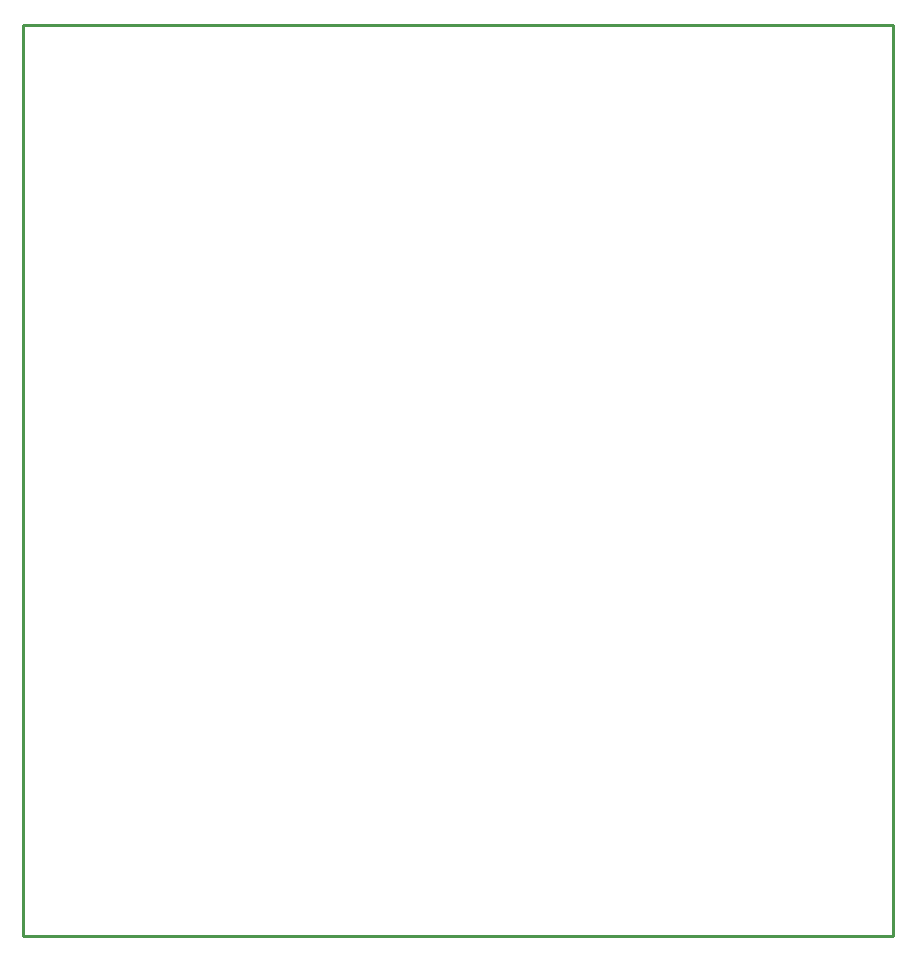
<source format=gbr>
G04 EAGLE Gerber RS-274X export*
G75*
%MOMM*%
%FSLAX34Y34*%
%LPD*%
%IN*%
%IPPOS*%
%AMOC8*
5,1,8,0,0,1.08239X$1,22.5*%
G01*
G04 Define Apertures*
%ADD10C,0.254000*%
D10*
X-12700Y-12700D02*
X723700Y-12700D01*
X723700Y758700D01*
X-12700Y758700D01*
X-12700Y-12700D01*
M02*

</source>
